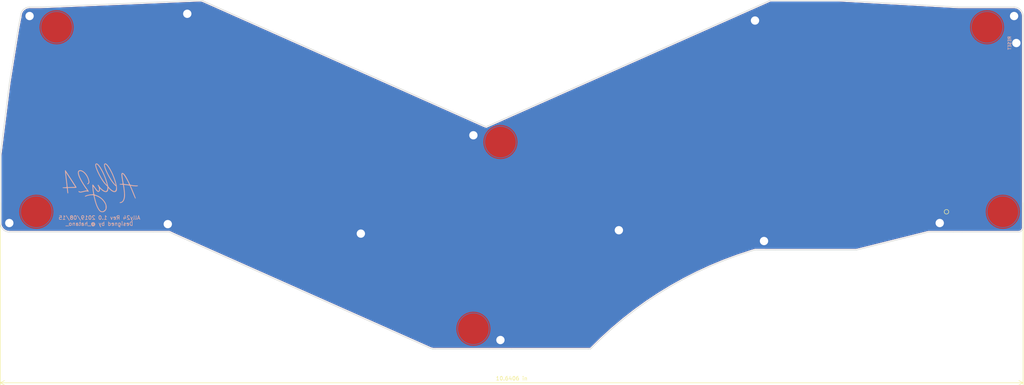
<source format=kicad_pcb>
(kicad_pcb (version 20171130) (host pcbnew "(5.1.2)-2")

  (general
    (thickness 1.6)
    (drawings 62)
    (tracks 0)
    (zones 0)
    (modules 14)
    (nets 2)
  )

  (page A4)
  (layers
    (0 F.Cu signal)
    (31 B.Cu signal)
    (32 B.Adhes user)
    (33 F.Adhes user)
    (34 B.Paste user)
    (35 F.Paste user)
    (36 B.SilkS user)
    (37 F.SilkS user)
    (38 B.Mask user)
    (39 F.Mask user)
    (40 Dwgs.User user)
    (41 Cmts.User user)
    (42 Eco1.User user)
    (43 Eco2.User user)
    (44 Edge.Cuts user)
    (45 Margin user)
    (46 B.CrtYd user)
    (47 F.CrtYd user)
    (48 B.Fab user hide)
    (49 F.Fab user)
  )

  (setup
    (last_trace_width 0.25)
    (trace_clearance 0.2)
    (zone_clearance 0.254)
    (zone_45_only no)
    (trace_min 0.2)
    (via_size 0.8)
    (via_drill 0.4)
    (via_min_size 0.4)
    (via_min_drill 0.3)
    (uvia_size 0.3)
    (uvia_drill 0.1)
    (uvias_allowed no)
    (uvia_min_size 0.2)
    (uvia_min_drill 0.1)
    (edge_width 0.15)
    (segment_width 0.2)
    (pcb_text_width 0.3)
    (pcb_text_size 1.5 1.5)
    (mod_edge_width 0.15)
    (mod_text_size 1 1)
    (mod_text_width 0.15)
    (pad_size 2.4 2.4)
    (pad_drill 2.2)
    (pad_to_mask_clearance 0.051)
    (solder_mask_min_width 0.25)
    (aux_axis_origin 138.112616 47.62504)
    (visible_elements 7FFFFFFF)
    (pcbplotparams
      (layerselection 0x010f0_ffffffff)
      (usegerberextensions true)
      (usegerberattributes false)
      (usegerberadvancedattributes false)
      (creategerberjobfile false)
      (excludeedgelayer true)
      (linewidth 0.100000)
      (plotframeref false)
      (viasonmask false)
      (mode 1)
      (useauxorigin false)
      (hpglpennumber 1)
      (hpglpenspeed 20)
      (hpglpendiameter 15.000000)
      (psnegative false)
      (psa4output false)
      (plotreference true)
      (plotvalue true)
      (plotinvisibletext false)
      (padsonsilk false)
      (subtractmaskfromsilk false)
      (outputformat 1)
      (mirror false)
      (drillshape 0)
      (scaleselection 1)
      (outputdirectory "plots24b"))
  )

  (net 0 "")
  (net 1 GND)

  (net_class Default "これはデフォルトのネット クラスです。"
    (clearance 0.2)
    (trace_width 0.25)
    (via_dia 0.8)
    (via_drill 0.4)
    (uvia_dia 0.3)
    (uvia_drill 0.1)
  )

  (net_class Power ""
    (clearance 0.2)
    (trace_width 0.4)
    (via_dia 0.8)
    (via_drill 0.4)
    (uvia_dia 0.3)
    (uvia_drill 0.1)
    (add_net GND)
  )

  (module cscslib:ally24 (layer B.Cu) (tedit 0) (tstamp 5D4F556A)
    (at 40.481284 64.293804 180)
    (fp_text reference G*** (at 0 0) (layer B.SilkS) hide
      (effects (font (size 1.524 1.524) (thickness 0.3)) (justify mirror))
    )
    (fp_text value LOGO (at 0.75 0) (layer B.SilkS) hide
      (effects (font (size 1.524 1.524) (thickness 0.3)) (justify mirror))
    )
    (fp_poly (pts (xy 5.316778 4.419712) (xy 5.516151 4.303233) (xy 5.638704 4.10879) (xy 5.68455 3.838655)
      (xy 5.653805 3.495099) (xy 5.546584 3.080392) (xy 5.363002 2.596807) (xy 5.103172 2.046614)
      (xy 4.899436 1.665111) (xy 4.676791 1.277641) (xy 4.423121 0.858237) (xy 4.155645 0.433752)
      (xy 3.891583 0.031042) (xy 3.648156 -0.323041) (xy 3.461795 -0.576841) (xy 3.210736 -0.903111)
      (xy 3.397479 -0.903443) (xy 3.527628 -0.918279) (xy 3.735236 -0.958183) (xy 3.989369 -1.016682)
      (xy 4.205111 -1.072445) (xy 4.557672 -1.162969) (xy 4.821879 -1.216712) (xy 5.015602 -1.235109)
      (xy 5.156712 -1.219597) (xy 5.263077 -1.171611) (xy 5.280879 -1.158906) (xy 5.418629 -1.083458)
      (xy 5.505573 -1.097825) (xy 5.531556 -1.183348) (xy 5.480109 -1.294205) (xy 5.342521 -1.379147)
      (xy 5.143923 -1.431309) (xy 4.909442 -1.443822) (xy 4.684889 -1.414699) (xy 4.537043 -1.379013)
      (xy 4.320991 -1.324173) (xy 4.077482 -1.260564) (xy 4.016024 -1.244225) (xy 3.618576 -1.162041)
      (xy 3.283083 -1.148498) (xy 2.982487 -1.202811) (xy 2.949223 -1.213277) (xy 2.861397 -1.227996)
      (xy 2.828962 -1.192194) (xy 2.855228 -1.098551) (xy 2.943502 -0.939745) (xy 3.097096 -0.708458)
      (xy 3.316111 -0.401768) (xy 3.755591 0.222639) (xy 4.156368 0.834579) (xy 4.51347 1.424356)
      (xy 4.821923 1.982273) (xy 5.076751 2.498633) (xy 5.272982 2.963739) (xy 5.405642 3.367894)
      (xy 5.469755 3.701402) (xy 5.475111 3.807197) (xy 5.441142 4.02847) (xy 5.333876 4.166084)
      (xy 5.145279 4.227989) (xy 5.044305 4.233333) (xy 4.748617 4.180476) (xy 4.438744 4.030234)
      (xy 4.126402 3.795096) (xy 3.82331 3.487555) (xy 3.541182 3.120102) (xy 3.291738 2.705227)
      (xy 3.086692 2.255422) (xy 3.023039 2.078492) (xy 2.913845 1.683109) (xy 2.876452 1.369196)
      (xy 2.910763 1.138476) (xy 3.016687 0.992671) (xy 3.083921 0.956629) (xy 3.185185 0.886641)
      (xy 3.213898 0.803973) (xy 3.166289 0.744118) (xy 3.107592 0.733778) (xy 2.952057 0.783972)
      (xy 2.806765 0.913144) (xy 2.702009 1.089178) (xy 2.672546 1.194976) (xy 2.670164 1.458169)
      (xy 2.72788 1.786683) (xy 2.836725 2.156542) (xy 2.987732 2.543768) (xy 3.171935 2.924386)
      (xy 3.380365 3.274418) (xy 3.525293 3.475073) (xy 3.839775 3.824009) (xy 4.175136 4.106875)
      (xy 4.514689 4.312867) (xy 4.841742 4.431179) (xy 5.04047 4.455957) (xy 5.316778 4.419712)) (layer B.SilkS) (width 0.01))
    (fp_poly (pts (xy 9.081534 4.42847) (xy 9.088222 4.359216) (xy 9.080887 4.186588) (xy 9.060307 3.919126)
      (xy 9.02726 3.56537) (xy 8.982521 3.133861) (xy 8.92687 2.633138) (xy 8.886557 2.286)
      (xy 8.830572 1.808322) (xy 8.778937 1.362386) (xy 8.733143 0.961481) (xy 8.694682 0.618902)
      (xy 8.665045 0.34794) (xy 8.645725 0.161888) (xy 8.638212 0.074037) (xy 8.638175 0.072599)
      (xy 8.64334 0.01507) (xy 8.675058 -0.022326) (xy 8.754038 -0.044921) (xy 8.900992 -0.058046)
      (xy 9.136629 -0.067032) (xy 9.186334 -0.068512) (xy 9.447254 -0.079358) (xy 9.613585 -0.095677)
      (xy 9.703605 -0.120817) (xy 9.735594 -0.158126) (xy 9.736667 -0.169334) (xy 9.71643 -0.209409)
      (xy 9.643672 -0.23689) (xy 9.500323 -0.254964) (xy 9.268312 -0.266819) (xy 9.1661 -0.269998)
      (xy 8.595533 -0.285995) (xy 8.527001 -0.890887) (xy 8.496223 -1.149302) (xy 8.466859 -1.372711)
      (xy 8.442765 -1.532969) (xy 8.430542 -1.594556) (xy 8.372956 -1.682578) (xy 8.30045 -1.67175)
      (xy 8.262628 -1.612126) (xy 8.255172 -1.522001) (xy 8.261964 -1.350943) (xy 8.281416 -1.129792)
      (xy 8.292463 -1.03357) (xy 8.320389 -0.788704) (xy 8.341634 -0.569758) (xy 8.352755 -0.413461)
      (xy 8.353619 -0.381) (xy 8.353778 -0.225778) (xy 7.267223 -0.224914) (xy 6.924622 -0.222221)
      (xy 6.618318 -0.21524) (xy 6.367183 -0.204769) (xy 6.190091 -0.19161) (xy 6.105916 -0.17656)
      (xy 6.104284 -0.175647) (xy 6.057453 -0.104208) (xy 6.08468 -0.02129) (xy 6.11424 0.028222)
      (xy 6.372314 0.028222) (xy 7.264268 -0.002183) (xy 7.579541 -0.013398) (xy 7.862739 -0.024343)
      (xy 8.091091 -0.034071) (xy 8.241824 -0.041636) (xy 8.283223 -0.044517) (xy 8.381922 -0.034181)
      (xy 8.410223 -0.003813) (xy 8.416718 0.062939) (xy 8.435158 0.228316) (xy 8.463975 0.478863)
      (xy 8.501601 0.801127) (xy 8.546469 1.181656) (xy 8.597009 1.606996) (xy 8.635094 1.925612)
      (xy 8.688068 2.37245) (xy 8.735567 2.782261) (xy 8.776156 3.141922) (xy 8.808397 3.438313)
      (xy 8.830854 3.65831) (xy 8.842091 3.788791) (xy 8.842438 3.819932) (xy 8.809158 3.777984)
      (xy 8.721535 3.650905) (xy 8.586115 3.448622) (xy 8.409443 3.181068) (xy 8.198062 2.858169)
      (xy 7.958519 2.489858) (xy 7.697358 2.086062) (xy 7.598613 1.932841) (xy 6.372314 0.028222)
      (xy 6.11424 0.028222) (xy 6.135651 0.064084) (xy 6.239042 0.229421) (xy 6.387282 0.463042)
      (xy 6.5728 0.753269) (xy 6.788027 1.088426) (xy 7.025392 1.456832) (xy 7.277325 1.846812)
      (xy 7.536256 2.246685) (xy 7.794614 2.644775) (xy 8.044829 3.029403) (xy 8.279331 3.388892)
      (xy 8.490549 3.711562) (xy 8.670914 3.985736) (xy 8.812854 4.199737) (xy 8.9088 4.341885)
      (xy 8.95093 4.400247) (xy 9.039957 4.448151) (xy 9.081534 4.42847)) (layer B.SilkS) (width 0.01))
    (fp_poly (pts (xy -5.961051 3.703913) (xy -5.884133 3.633403) (xy -5.837452 3.504431) (xy -5.820548 3.307623)
      (xy -5.832959 3.033605) (xy -5.874227 2.673005) (xy -5.943891 2.21645) (xy -5.983171 1.984191)
      (xy -6.038354 1.659881) (xy -6.086011 1.370041) (xy -6.122977 1.134725) (xy -6.146085 0.973986)
      (xy -6.152474 0.911746) (xy -6.135273 0.862625) (xy -6.068742 0.834108) (xy -5.930545 0.821105)
      (xy -5.743252 0.818444) (xy -5.524229 0.813752) (xy -5.397221 0.796833) (xy -5.341635 0.763429)
      (xy -5.334 0.733778) (xy -5.359667 0.688076) (xy -5.449034 0.65608) (xy -5.620647 0.633153)
      (xy -5.785555 0.620889) (xy -6.237111 0.592666) (xy -6.360072 -0.197556) (xy -6.463829 -0.965602)
      (xy -6.520314 -1.636502) (xy -6.529397 -2.21568) (xy -6.490947 -2.708564) (xy -6.404836 -3.120581)
      (xy -6.282555 -3.434568) (xy -6.126866 -3.693093) (xy -5.955451 -3.8612) (xy -5.7412 -3.960785)
      (xy -5.587915 -3.995556) (xy -5.408756 -4.04419) (xy -5.335536 -4.109695) (xy -5.334 -4.122007)
      (xy -5.381983 -4.192111) (xy -5.510521 -4.216249) (xy -5.696491 -4.193127) (xy -5.842 -4.150447)
      (xy -6.12501 -3.990556) (xy -6.359478 -3.732366) (xy -6.542855 -3.380677) (xy -6.672591 -2.940285)
      (xy -6.74287 -2.455334) (xy -6.751444 -2.188374) (xy -6.740936 -1.833629) (xy -6.713282 -1.414225)
      (xy -6.67042 -0.95329) (xy -6.614286 -0.473954) (xy -6.546818 0.000657) (xy -6.52658 0.127)
      (xy -6.454641 0.564444) (xy -6.628098 0.56341) (xy -6.742523 0.555906) (xy -6.926761 0.536652)
      (xy -7.153926 0.509271) (xy -7.397127 0.477389) (xy -7.629478 0.444629) (xy -7.82409 0.414615)
      (xy -7.954074 0.390972) (xy -7.993181 0.379411) (xy -8.024221 0.319167) (xy -8.09122 0.17085)
      (xy -8.187261 -0.049182) (xy -8.305427 -0.324572) (xy -8.438802 -0.638963) (xy -8.580469 -0.975997)
      (xy -8.723512 -1.319316) (xy -8.861014 -1.652565) (xy -8.986058 -1.959385) (xy -9.060566 -2.144889)
      (xy -9.218963 -2.528772) (xy -9.345613 -2.80591) (xy -9.440287 -2.975838) (xy -9.502391 -3.038028)
      (xy -9.581556 -3.021499) (xy -9.595555 -2.988751) (xy -9.574784 -2.911416) (xy -9.516704 -2.745988)
      (xy -9.427662 -2.508479) (xy -9.314006 -2.214902) (xy -9.182085 -1.881267) (xy -9.038247 -1.523588)
      (xy -8.88884 -1.157876) (xy -8.740212 -0.800143) (xy -8.598711 -0.466403) (xy -8.55927 -0.374901)
      (xy -8.24507 0.350866) (xy -8.426424 0.320234) (xy -8.920932 0.246274) (xy -9.345014 0.202444)
      (xy -9.691175 0.188664) (xy -9.951924 0.204851) (xy -10.119769 0.250924) (xy -10.187217 0.3268)
      (xy -10.188222 0.339426) (xy -10.165942 0.380634) (xy -10.08601 0.403686) (xy -9.928784 0.411617)
      (xy -9.736666 0.409176) (xy -9.469707 0.414725) (xy -9.148161 0.439421) (xy -8.827772 0.478518)
      (xy -8.720666 0.495686) (xy -8.156222 0.593647) (xy -8.118436 0.668922) (xy -7.828144 0.668922)
      (xy -7.784211 0.64368) (xy -7.665156 0.656829) (xy -7.526237 0.676955) (xy -7.312101 0.705634)
      (xy -7.059614 0.737984) (xy -6.942666 0.752516) (xy -6.406444 0.818444) (xy -6.252834 1.665111)
      (xy -6.193603 2.011537) (xy -6.139041 2.366941) (xy -6.094441 2.694347) (xy -6.065097 2.95678)
      (xy -6.060937 3.005666) (xy -6.047669 3.276982) (xy -6.062363 3.44194) (xy -6.110963 3.504904)
      (xy -6.199415 3.470238) (xy -6.333664 3.342305) (xy -6.406985 3.259666) (xy -6.541609 3.08199)
      (xy -6.711109 2.825921) (xy -6.902978 2.513777) (xy -7.104709 2.167876) (xy -7.303795 1.810535)
      (xy -7.487729 1.464073) (xy -7.644003 1.150808) (xy -7.760111 0.893056) (xy -7.81288 0.750979)
      (xy -7.828144 0.668922) (xy -8.118436 0.668922) (xy -7.644351 1.613342) (xy -7.342079 2.197407)
      (xy -7.072152 2.679291) (xy -6.830968 3.063826) (xy -6.614921 3.355841) (xy -6.420408 3.560169)
      (xy -6.243824 3.681639) (xy -6.081565 3.725083) (xy -6.068666 3.725333) (xy -5.961051 3.703913)) (layer B.SilkS) (width 0.01))
    (fp_poly (pts (xy 0.891807 6.208198) (xy 0.958835 6.164378) (xy 1.041178 6.076513) (xy 1.079076 5.961813)
      (xy 1.085747 5.778905) (xy 1.085512 5.767837) (xy 1.050497 5.504575) (xy 0.959597 5.161793)
      (xy 0.819093 4.754205) (xy 0.635268 4.29652) (xy 0.414401 3.80345) (xy 0.162773 3.289706)
      (xy -0.113333 2.769999) (xy -0.407638 2.259042) (xy -0.424667 2.230757) (xy -0.727351 1.745908)
      (xy -1.002385 1.343822) (xy -1.265902 1.003208) (xy -1.534035 0.702779) (xy -1.730856 0.507134)
      (xy -2.115997 0.141111) (xy -2.116331 -0.254) (xy -2.086172 -0.58354) (xy -1.999185 -0.843724)
      (xy -1.861522 -1.021684) (xy -1.713087 -1.097749) (xy -1.542697 -1.090041) (xy -1.320752 -1.005954)
      (xy -1.064515 -0.858597) (xy -0.791248 -0.66108) (xy -0.518212 -0.426512) (xy -0.26267 -0.168002)
      (xy -0.041883 0.101341) (xy 0.056445 0.246086) (xy 0.168496 0.412643) (xy 0.267025 0.53732)
      (xy 0.326692 0.590448) (xy 0.402692 0.580621) (xy 0.434772 0.503284) (xy 0.41364 0.398373)
      (xy 0.382491 0.350675) (xy 0.262865 0.157372) (xy 0.166632 -0.097208) (xy 0.101747 -0.376001)
      (xy 0.076165 -0.641948) (xy 0.097839 -0.857987) (xy 0.113211 -0.903889) (xy 0.180455 -1.018139)
      (xy 0.264498 -1.062888) (xy 0.371896 -1.033148) (xy 0.509206 -0.923936) (xy 0.682987 -0.730265)
      (xy 0.899793 -0.447151) (xy 1.11722 -0.140517) (xy 1.356399 0.200118) (xy 1.54048 0.446842)
      (xy 1.675812 0.600444) (xy 1.768747 0.661711) (xy 1.825635 0.631431) (xy 1.852826 0.510393)
      (xy 1.856673 0.299384) (xy 1.843524 -0.000806) (xy 1.84064 -0.050746) (xy 1.813938 -0.39562)
      (xy 1.774141 -0.77887) (xy 1.727817 -1.140808) (xy 1.702711 -1.304502) (xy 1.603254 -1.903448)
      (xy 2.142183 -1.938652) (xy 2.490148 -1.974047) (xy 2.833032 -2.03157) (xy 3.152741 -2.105729)
      (xy 3.431182 -2.191033) (xy 3.650261 -2.281993) (xy 3.791884 -2.373117) (xy 3.838223 -2.453328)
      (xy 3.814257 -2.520838) (xy 3.732441 -2.530324) (xy 3.577898 -2.480894) (xy 3.462064 -2.430799)
      (xy 3.11191 -2.306032) (xy 2.70134 -2.21327) (xy 2.280515 -2.161785) (xy 1.977044 -2.156262)
      (xy 1.557104 -2.173111) (xy 1.400011 -2.878667) (xy 1.210374 -3.6491) (xy 1.001952 -4.34577)
      (xy 0.777635 -4.96235) (xy 0.540312 -5.492511) (xy 0.292874 -5.929925) (xy 0.03821 -6.268263)
      (xy -0.22079 -6.501199) (xy -0.268233 -6.5318) (xy -0.53272 -6.632988) (xy -0.833069 -6.655449)
      (xy -1.121739 -6.596536) (xy -1.159028 -6.58142) (xy -1.362332 -6.454086) (xy -1.569593 -6.262078)
      (xy -1.7408 -6.044695) (xy -1.788162 -5.96346) (xy -1.840789 -5.812329) (xy -1.884619 -5.599402)
      (xy -1.906459 -5.412382) (xy -1.899743 -5.286258) (xy -1.664657 -5.286258) (xy -1.662602 -5.534626)
      (xy -1.65098 -5.701643) (xy -1.622399 -5.818823) (xy -1.569463 -5.917682) (xy -1.492506 -6.020036)
      (xy -1.329254 -6.184173) (xy -1.130662 -6.331019) (xy -1.069172 -6.365989) (xy -0.886986 -6.444043)
      (xy -0.729122 -6.462415) (xy -0.546405 -6.422395) (xy -0.434881 -6.382613) (xy -0.25531 -6.266173)
      (xy -0.058512 -6.054134) (xy 0.146754 -5.760758) (xy 0.351729 -5.400303) (xy 0.547657 -4.98703)
      (xy 0.725779 -4.535197) (xy 0.759907 -4.43732) (xy 0.829068 -4.220426) (xy 0.909204 -3.947044)
      (xy 0.994526 -3.639612) (xy 1.079246 -3.32057) (xy 1.157577 -3.012355) (xy 1.223731 -2.737407)
      (xy 1.271919 -2.518163) (xy 1.296353 -2.377064) (xy 1.298223 -2.350413) (xy 1.280928 -2.280265)
      (xy 1.208205 -2.265219) (xy 1.114778 -2.279588) (xy 0.918347 -2.339681) (xy 0.659226 -2.449071)
      (xy 0.367362 -2.592539) (xy 0.072702 -2.754865) (xy -0.194806 -2.92083) (xy -0.32115 -3.00936)
      (xy -0.66672 -3.308611) (xy -1.002131 -3.67613) (xy -1.294478 -4.072506) (xy -1.484528 -4.402667)
      (xy -1.57271 -4.594319) (xy -1.626362 -4.754707) (xy -1.653901 -4.925122) (xy -1.663744 -5.146852)
      (xy -1.664657 -5.286258) (xy -1.899743 -5.286258) (xy -1.883401 -4.979373) (xy -1.760794 -4.533779)
      (xy -1.549206 -4.087884) (xy -1.259203 -3.653973) (xy -0.901352 -3.244331) (xy -0.48622 -2.871241)
      (xy -0.024373 -2.54699) (xy 0.473621 -2.283861) (xy 0.931334 -2.113234) (xy 1.120633 -2.05018)
      (xy 1.269393 -1.989393) (xy 1.335543 -1.951208) (xy 1.366373 -1.875464) (xy 1.405601 -1.710543)
      (xy 1.449798 -1.479533) (xy 1.495536 -1.205525) (xy 1.539387 -0.911608) (xy 1.577925 -0.620872)
      (xy 1.60772 -0.356407) (xy 1.625345 -0.141302) (xy 1.627372 0.001352) (xy 1.626673 0.009836)
      (xy 1.616586 0.086796) (xy 1.597131 0.119308) (xy 1.55696 0.097155) (xy 1.484721 0.010117)
      (xy 1.369065 -0.152022) (xy 1.241778 -0.336667) (xy 0.985385 -0.698402) (xy 0.773163 -0.96808)
      (xy 0.595485 -1.152892) (xy 0.442726 -1.260027) (xy 0.305261 -1.296677) (xy 0.173464 -1.270029)
      (xy 0.070623 -1.211489) (xy -0.037825 -1.079418) (xy -0.115948 -0.879586) (xy -0.151014 -0.65574)
      (xy -0.139591 -0.489166) (xy -0.124905 -0.40375) (xy -0.135424 -0.37273) (xy -0.185232 -0.403326)
      (xy -0.288417 -0.502755) (xy -0.41036 -0.627929) (xy -0.780234 -0.958538) (xy -1.151478 -1.184505)
      (xy -1.472791 -1.298967) (xy -1.760335 -1.32704) (xy -1.993836 -1.257814) (xy -2.16899 -1.095333)
      (xy -2.281495 -0.843637) (xy -2.32705 -0.506768) (xy -2.327318 -0.496234) (xy -2.333733 -0.21461)
      (xy -2.683907 -0.580625) (xy -3.035625 -0.9063) (xy -3.378208 -1.141878) (xy -3.703294 -1.283654)
      (xy -4.002518 -1.327923) (xy -4.254711 -1.276497) (xy -4.445523 -1.140164) (xy -4.572941 -0.916409)
      (xy -4.636985 -0.604178) (xy -4.637679 -0.202417) (xy -4.575044 0.289929) (xy -4.523797 0.527563)
      (xy -4.340255 0.527563) (xy -4.307768 0.53324) (xy -4.213509 0.61376) (xy -4.20569 0.620889)
      (xy -4.098668 0.730179) (xy -3.949002 0.897644) (xy -3.783778 1.092681) (xy -3.731077 1.157111)
      (xy -3.461511 1.51264) (xy -3.185645 1.917972) (xy -2.909622 2.360314) (xy -2.639585 2.826869)
      (xy -2.381677 3.304844) (xy -2.142039 3.781442) (xy -1.926816 4.243868) (xy -1.742149 4.679328)
      (xy -1.594181 5.075026) (xy -1.489056 5.418167) (xy -1.432914 5.695957) (xy -1.431901 5.8956)
      (xy -1.440116 5.929134) (xy -1.50763 6.021614) (xy -1.615871 6.019263) (xy -1.759156 5.930159)
      (xy -1.931802 5.762377) (xy -2.128126 5.523996) (xy -2.342444 5.223092) (xy -2.569074 4.867741)
      (xy -2.802332 4.466021) (xy -3.036535 4.026009) (xy -3.266 3.555781) (xy -3.485044 3.063414)
      (xy -3.526962 2.963333) (xy -3.712812 2.499989) (xy -3.877896 2.052894) (xy -4.033455 1.588808)
      (xy -4.19073 1.074491) (xy -4.328661 0.592666) (xy -4.340255 0.527563) (xy -4.523797 0.527563)
      (xy -4.449103 0.873912) (xy -4.310848 1.380409) (xy -4.122276 1.974321) (xy -3.906723 2.569087)
      (xy -3.669974 3.154141) (xy -3.417817 3.718914) (xy -3.156037 4.25284) (xy -2.890421 4.74535)
      (xy -2.626755 5.185878) (xy -2.370826 5.563855) (xy -2.12842 5.868716) (xy -1.905323 6.089892)
      (xy -1.707322 6.216816) (xy -1.652491 6.235235) (xy -1.488079 6.229989) (xy -1.339226 6.151691)
      (xy -1.246185 6.026048) (xy -1.233572 5.967699) (xy -1.243369 5.665127) (xy -1.310851 5.308631)
      (xy -1.438649 4.889994) (xy -1.629395 4.401001) (xy -1.885719 3.833435) (xy -1.978703 3.640666)
      (xy -2.427734 2.770657) (xy -2.869918 2.012502) (xy -3.305779 1.365404) (xy -3.735843 0.82857)
      (xy -4.045078 0.507134) (xy -4.430219 0.141111) (xy -4.430554 -0.254) (xy -4.400395 -0.58354)
      (xy -4.313408 -0.843724) (xy -4.175744 -1.021684) (xy -4.027309 -1.097749) (xy -3.847271 -1.091223)
      (xy -3.613107 -1.00232) (xy -3.338729 -0.838745) (xy -3.038053 -0.6082) (xy -2.864958 -0.454195)
      (xy -2.62552 -0.219637) (xy -2.456555 -0.018671) (xy -2.33817 0.182771) (xy -2.250471 0.418755)
      (xy -2.223 0.527563) (xy -2.026033 0.527563) (xy -1.993546 0.53324) (xy -1.899286 0.61376)
      (xy -1.891468 0.620889) (xy -1.784446 0.730179) (xy -1.63478 0.897644) (xy -1.469555 1.092681)
      (xy -1.416855 1.157111) (xy -1.147289 1.51264) (xy -0.871423 1.917972) (xy -0.5954 2.360314)
      (xy -0.325363 2.826869) (xy -0.067455 3.304844) (xy 0.172183 3.781442) (xy 0.387406 4.243868)
      (xy 0.572073 4.679328) (xy 0.720041 5.075026) (xy 0.825167 5.418167) (xy 0.881308 5.695957)
      (xy 0.882322 5.8956) (xy 0.874106 5.929134) (xy 0.806592 6.021614) (xy 0.698351 6.019263)
      (xy 0.555066 5.930159) (xy 0.38242 5.762377) (xy 0.186096 5.523996) (xy -0.028222 5.223092)
      (xy -0.254852 4.867741) (xy -0.48811 4.466021) (xy -0.722313 4.026009) (xy -0.951778 3.555781)
      (xy -1.170822 3.063414) (xy -1.212739 2.963333) (xy -1.39859 2.499989) (xy -1.563674 2.052894)
      (xy -1.719232 1.588808) (xy -1.876508 1.074491) (xy -2.014439 0.592666) (xy -2.026033 0.527563)
      (xy -2.223 0.527563) (xy -2.173567 0.723349) (xy -2.171246 0.733778) (xy -2.033032 1.265788)
      (xy -1.843305 1.863619) (xy -1.613326 2.499263) (xy -1.354356 3.144715) (xy -1.077656 3.771969)
      (xy -0.794487 4.353019) (xy -0.51611 4.859858) (xy -0.503861 4.880498) (xy -0.201617 5.361089)
      (xy 0.069969 5.735495) (xy 0.313001 6.005563) (xy 0.529582 6.173139) (xy 0.721816 6.240068)
      (xy 0.891807 6.208198)) (layer B.SilkS) (width 0.01))
  )

  (module cscslib:HOLE_M2 (layer B.Cu) (tedit 5D4118D6) (tstamp 5D1DA5DF)
    (at 282.773675 26.193772 90)
    (path /5C57C1A0)
    (fp_text reference SW38 (at 0 1.7 90) (layer B.SilkS) hide
      (effects (font (size 1 1) (thickness 0.15)) (justify mirror))
    )
    (fp_text value SW_RST (at 0 -2 90) (layer B.Fab) hide
      (effects (font (size 1 1) (thickness 0.15)) (justify mirror))
    )
    (fp_circle (center 0 0) (end 2 0) (layer B.CrtYd) (width 0.1))
    (fp_text user RESET (at 0 -1.785939 90) (layer B.SilkS)
      (effects (font (size 0.8 0.8) (thickness 0.15)) (justify mirror))
    )
    (pad "" thru_hole circle (at 0 0 90) (size 2.4 2.4) (drill 2.2) (layers *.Cu *.Mask)
      (net 1 GND) (clearance 0.8) (zone_connect 2))
  )

  (module cscslib:HOLE_M2 (layer F.Cu) (tedit 5D4118D6) (tstamp 5D4BD659)
    (at 109.563645 76.619897)
    (path /5C42C025)
    (fp_text reference H1 (at 0 -2) (layer Eco2.User) hide
      (effects (font (size 0.29972 0.29972) (thickness 0.07493)))
    )
    (fp_text value MountingHole (at 0 1.75) (layer Eco2.User) hide
      (effects (font (size 0.29972 0.29972) (thickness 0.07493)))
    )
    (fp_circle (center 0 0) (end 2 0) (layer F.CrtYd) (width 0.1))
    (pad "" thru_hole circle (at 0 0) (size 2.4 2.4) (drill 2.2) (layers *.Cu *.Mask)
      (net 1 GND) (clearance 0.8) (zone_connect 2))
  )

  (module cscslib:HOLE_M2 (layer F.Cu) (tedit 5D4118D6) (tstamp 5D52AE88)
    (at 139.303022 50.601568)
    (path /5D0F8864)
    (fp_text reference H5 (at 0 -2) (layer Eco2.User) hide
      (effects (font (size 0.29972 0.29972) (thickness 0.07493)))
    )
    (fp_text value MountingHole (at 0 1.75) (layer Eco2.User) hide
      (effects (font (size 0.29972 0.29972) (thickness 0.07493)))
    )
    (fp_circle (center 0 0) (end 2 0) (layer F.CrtYd) (width 0.1))
    (pad "" thru_hole circle (at 0 0) (size 2.4 2.4) (drill 2.2) (layers *.Cu *.Mask)
      (net 1 GND) (clearance 0.8) (zone_connect 2))
  )

  (module cscslib:HOLE_M2 (layer F.Cu) (tedit 5D4118D6) (tstamp 5D4BD66F)
    (at 63.698398 18.454719)
    (path /5D0F885E)
    (fp_text reference H4 (at 0 -2) (layer Eco2.User) hide
      (effects (font (size 0.29972 0.29972) (thickness 0.07493)))
    )
    (fp_text value MountingHole (at 0 1.75) (layer Eco2.User) hide
      (effects (font (size 0.29972 0.29972) (thickness 0.07493)))
    )
    (fp_circle (center 0 0) (end 2 0) (layer F.CrtYd) (width 0.1))
    (pad "" thru_hole circle (at 0 0) (size 2.4 2.4) (drill 2.2) (layers *.Cu *.Mask)
      (net 1 GND) (clearance 0.8) (zone_connect 2))
  )

  (module cscslib:HOLE_M2 (layer F.Cu) (tedit 5D4118D6) (tstamp 5D4BD67B)
    (at 213.717021 20.240654)
    (path /5D0F886A)
    (fp_text reference H6 (at 0 -2) (layer Eco2.User) hide
      (effects (font (size 0.29972 0.29972) (thickness 0.07493)))
    )
    (fp_text value MountingHole (at 0 1.75) (layer Eco2.User) hide
      (effects (font (size 0.29972 0.29972) (thickness 0.07493)))
    )
    (fp_circle (center 0 0) (end 2 0) (layer F.CrtYd) (width 0.1))
    (pad "" thru_hole circle (at 0 0) (size 2.4 2.4) (drill 2.2) (layers *.Cu *.Mask)
      (net 1 GND) (clearance 0.8) (zone_connect 2))
  )

  (module cscslib:HOLE_M2 (layer F.Cu) (tedit 5D4118D6) (tstamp 5D4BD663)
    (at 177.744367 75.722292)
    (path /5C42C296)
    (fp_text reference H2 (at 0 -2) (layer Eco2.User) hide
      (effects (font (size 0.29972 0.29972) (thickness 0.07493)))
    )
    (fp_text value MountingHole (at 0 1.75) (layer Eco2.User) hide
      (effects (font (size 0.29972 0.29972) (thickness 0.07493)))
    )
    (fp_circle (center 0 0) (end 2 0) (layer F.CrtYd) (width 0.1))
    (pad "" thru_hole circle (at 0 0) (size 2.4 2.4) (drill 2.2) (layers *.Cu *.Mask)
      (net 1 GND) (clearance 0.8) (zone_connect 2))
  )

  (module cscslib:HOLE_M2 (layer F.Cu) (tedit 5D4118D6) (tstamp 5D4BD69F)
    (at 16.66875 73.818736)
    (path /5D475635)
    (fp_text reference H12 (at 0 -2) (layer Eco2.User) hide
      (effects (font (size 0.29972 0.29972) (thickness 0.07493)))
    )
    (fp_text value MountingHole (at 0 1.75) (layer Eco2.User) hide
      (effects (font (size 0.29972 0.29972) (thickness 0.07493)))
    )
    (fp_circle (center 0 0) (end 2 0) (layer F.CrtYd) (width 0.1))
    (pad "" thru_hole circle (at 0 0) (size 2.4 2.4) (drill 2.2) (layers *.Cu *.Mask)
      (net 1 GND) (clearance 0.8) (zone_connect 2))
  )

  (module cscslib:HOLE_M2 (layer F.Cu) (tedit 5D4118D6) (tstamp 5D572AC4)
    (at 58.549802 74.108258)
    (path /5D101E7C)
    (fp_text reference H11 (at 0 -2) (layer Eco2.User) hide
      (effects (font (size 0.29972 0.29972) (thickness 0.07493)))
    )
    (fp_text value MountingHole (at 0 1.75) (layer Eco2.User) hide
      (effects (font (size 0.29972 0.29972) (thickness 0.07493)))
    )
    (fp_circle (center 0 0) (end 2 0) (layer F.CrtYd) (width 0.1))
    (pad "" thru_hole circle (at 0 0) (size 2.4 2.4) (drill 2.2) (layers *.Cu *.Mask)
      (net 1 GND) (clearance 0.8) (zone_connect 2))
  )

  (module cscslib:HOLE_M2 (layer F.Cu) (tedit 5D4118D6) (tstamp 5D4BD693)
    (at 146.446998 104.775088)
    (path /5D101E76)
    (fp_text reference H10 (at 0 -2) (layer Eco2.User) hide
      (effects (font (size 0.29972 0.29972) (thickness 0.07493)))
    )
    (fp_text value MountingHole (at 0 1.75) (layer Eco2.User) hide
      (effects (font (size 0.29972 0.29972) (thickness 0.07493)))
    )
    (fp_circle (center 0 0) (end 2 0) (layer F.CrtYd) (width 0.1))
    (pad "" thru_hole circle (at 0 0) (size 2.4 2.4) (drill 2.2) (layers *.Cu *.Mask)
      (net 1 GND) (clearance 0.8) (zone_connect 2))
  )

  (module cscslib:HOLE_M2 (layer F.Cu) (tedit 5D4118D6) (tstamp 5D4BD68D)
    (at 216.098271 78.581232)
    (path /5D0FD2D9)
    (fp_text reference H9 (at 0 -2) (layer Eco2.User) hide
      (effects (font (size 0.29972 0.29972) (thickness 0.07493)))
    )
    (fp_text value MountingHole (at 0 1.75) (layer Eco2.User) hide
      (effects (font (size 0.29972 0.29972) (thickness 0.07493)))
    )
    (fp_circle (center 0 0) (end 2 0) (layer F.CrtYd) (width 0.1))
    (pad "" thru_hole circle (at 0 0) (size 2.4 2.4) (drill 2.2) (layers *.Cu *.Mask)
      (net 1 GND) (clearance 0.8) (zone_connect 2))
  )

  (module cscslib:HOLE_M2 (layer F.Cu) (tedit 5D4118D6) (tstamp 5D4BD687)
    (at 262.532606 73.818736)
    (path /5D0FD2D3)
    (fp_text reference H8 (at 0 -2) (layer Eco2.User) hide
      (effects (font (size 0.29972 0.29972) (thickness 0.07493)))
    )
    (fp_text value MountingHole (at 0 1.75) (layer Eco2.User) hide
      (effects (font (size 0.29972 0.29972) (thickness 0.07493)))
    )
    (fp_circle (center 0 0) (end 2 0) (layer F.CrtYd) (width 0.1))
    (pad "" thru_hole circle (at 0 0) (size 2.4 2.4) (drill 2.2) (layers *.Cu *.Mask)
      (net 1 GND) (clearance 0.8) (zone_connect 2))
  )

  (module cscslib:HOLE_M2 (layer F.Cu) (tedit 5D4118D6) (tstamp 5D4BD681)
    (at 282.178362 19.050032)
    (path /5D0FD2CD)
    (fp_text reference H7 (at 0 -2) (layer Eco2.User) hide
      (effects (font (size 0.29972 0.29972) (thickness 0.07493)))
    )
    (fp_text value MountingHole (at 0 1.75) (layer Eco2.User) hide
      (effects (font (size 0.29972 0.29972) (thickness 0.07493)))
    )
    (fp_circle (center 0 0) (end 2 0) (layer F.CrtYd) (width 0.1))
    (pad "" thru_hole circle (at 0 0) (size 2.4 2.4) (drill 2.2) (layers *.Cu *.Mask)
      (net 1 GND) (clearance 0.8) (zone_connect 2))
  )

  (module cscslib:HOLE_M2 (layer F.Cu) (tedit 5D4F027D) (tstamp 5D4DF0EB)
    (at 22.026581 19.050032)
    (path /5C42C3A0)
    (fp_text reference H3 (at 0 -2) (layer Eco2.User) hide
      (effects (font (size 0.29972 0.29972) (thickness 0.07493)))
    )
    (fp_text value MountingHole (at 0 1.75) (layer Eco2.User) hide
      (effects (font (size 0.29972 0.29972) (thickness 0.07493)))
    )
    (fp_circle (center 0 0) (end 2 0) (layer F.CrtYd) (width 0.1))
    (pad "" thru_hole circle (at 0 0) (size 2.4 2.4) (drill 2.2) (layers *.Cu *.Mask)
      (net 1 GND) (clearance 0.8) (zone_connect 2))
  )

  (gr_circle (center 139.303242 101.798523) (end 143.470433 101.798523) (layer B.Cu) (width 0.15) (tstamp 5D4F558A))
  (gr_circle (center 146.446998 52.387544) (end 150.614189 52.387544) (layer B.Cu) (width 0.15) (tstamp 5D4F5599))
  (gr_circle (center 275.034606 22.026581) (end 279.201797 22.026581) (layer B.Cu) (width 0.15) (tstamp 5D4F558A))
  (gr_circle (center 279.201797 70.842247) (end 283.368988 70.842247) (layer B.Cu) (width 0.15) (tstamp 5D4F558A))
  (gr_circle (center 29.170337 22.026581) (end 33.337528 22.026581) (layer B.Cu) (width 0.15) (tstamp 5D4F558A))
  (gr_circle (center 23.81252 70.842247) (end 27.979711 70.842247) (layer B.Cu) (width 0.15))
  (gr_line (start 268.485091 76.199734) (end 280.390774 76.199859) (layer Edge.Cuts) (width 0.15) (tstamp 5D4F09B6))
  (gr_line (start 259.556468 76.200064) (end 266.104378 76.199984) (layer Edge.Cuts) (width 0.15) (tstamp 5D4F0647))
  (gr_line (start 213.717023 80.949201) (end 219.075184 80.962568) (layer Edge.Cuts) (width 0.15) (tstamp 5D4F0641))
  (gr_line (start 143.470433 107.156335) (end 149.423563 107.15634) (layer Edge.Cuts) (width 0.15) (tstamp 5D4F063E))
  (gr_line (start 60.542623 76.950472) (end 58.935987 76.200064) (layer Edge.Cuts) (width 0.15))
  (gr_line (start 54.768796 76.200064) (end 58.935987 76.200064) (layer Edge.Cuts) (width 0.15))
  (gr_line (start 169.664205 107.15634) (end 170.288141 107.15634) (layer Edge.Cuts) (width 0.15) (tstamp 5D4C3986))
  (gr_arc (start 242.292392 177.389993) (end 213.717023 80.949201) (angle -29.20865307) (layer Edge.Cuts) (width 0.15))
  (dimension 270.272102 (width 0.15) (layer F.SilkS)
    (gr_text "270.272 mm" (at 149.423563 117.386035) (layer F.SilkS)
      (effects (font (size 1 1) (thickness 0.15)))
    )
    (feature1 (pts (xy 284.559614 68.460995) (xy 284.559614 116.672456)))
    (feature2 (pts (xy 14.287512 68.460995) (xy 14.287512 116.672456)))
    (crossbar (pts (xy 14.287512 116.086035) (xy 284.559614 116.086035)))
    (arrow1a (pts (xy 284.559614 116.086035) (xy 283.43311 116.672456)))
    (arrow1b (pts (xy 284.559614 116.086035) (xy 283.43311 115.499614)))
    (arrow2a (pts (xy 14.287512 116.086035) (xy 15.414016 116.672456)))
    (arrow2b (pts (xy 14.287512 116.086035) (xy 15.414016 115.499614)))
  )
  (gr_line (start 240.506452 80.962569) (end 219.075184 80.962568) (layer Edge.Cuts) (width 0.15) (tstamp 5D4C4352))
  (gr_line (start 259.556468 76.200064) (end 240.506452 80.962569) (layer Edge.Cuts) (width 0.15))
  (gr_arc (start 264.318542 70.842175) (end 264.913854 70.842176) (angle 0) (layer F.SilkS) (width 0.15))
  (gr_arc (start 282.178366 19.050016) (end 284.559614 19.050016) (angle -90) (layer Edge.Cuts) (width 0.15))
  (gr_line (start 282.178362 16.668764) (end 267.295537 16.668784) (layer Edge.Cuts) (width 0.15) (tstamp 5D4D3FAF))
  (gr_line (start 284.559614 73.818737) (end 284.559614 19.050032) (layer Edge.Cuts) (width 0.15))
  (gr_line (start 22.026581 16.668784) (end 25.003146 16.668764) (layer Edge.Cuts) (width 0.15))
  (gr_line (start 19.050021 22.026581) (end 19.645333 19.050032) (layer Edge.Cuts) (width 0.15) (tstamp 5D4CF469))
  (gr_arc (start 22.026581 19.050032) (end 22.026581 16.668784) (angle -90) (layer Edge.Cuts) (width 0.15))
  (gr_line (start 14.287502 73.818736) (end 14.287503 70.842175) (layer Edge.Cuts) (width 0.15))
  (gr_line (start 16.66875 76.199984) (end 19.64531 76.199985) (layer Edge.Cuts) (width 0.15))
  (gr_arc (start 16.66875 73.818736) (end 14.287502 73.818736) (angle -90) (layer Edge.Cuts) (width 0.15))
  (gr_line (start 142.40358 48.232265) (end 142.728598 48.303203) (layer Edge.Cuts) (width 0.15) (tstamp 5D4CB21E))
  (gr_line (start 217.884206 14.882847) (end 217.77915 14.888546) (layer Edge.Cuts) (width 0.15) (tstamp 5D4CB1BD))
  (gr_line (start 68.984564 15.544014) (end 68.440718 15.301877) (layer Edge.Cuts) (width 0.15))
  (gr_line (start 68.440718 15.301877) (end 67.896874 15.059742) (layer Edge.Cuts) (width 0.15))
  (gr_line (start 67.896874 15.059742) (end 67.270269 14.882847) (layer Edge.Cuts) (width 0.15))
  (gr_line (start 25.003146 16.668764) (end 67.270269 14.882847) (layer Edge.Cuts) (width 0.15) (tstamp 5D4CB085))
  (gr_line (start 16.66875 36.909392) (end 19.050016 22.026592) (layer Edge.Cuts) (width 0.15))
  (gr_line (start 14.287502 55.959378) (end 16.66875 36.909392) (layer Edge.Cuts) (width 0.15))
  (gr_line (start 14.287503 70.842175) (end 14.287502 55.959378) (layer Edge.Cuts) (width 0.15))
  (gr_line (start 19.64531 76.199985) (end 54.768796 76.200064) (layer Edge.Cuts) (width 0.15))
  (gr_line (start 129.182718 107.156208) (end 128.587406 107.156208) (layer Edge.Cuts) (width 0.15))
  (gr_line (start 143.470433 107.156335) (end 129.182718 107.156208) (layer Edge.Cuts) (width 0.15))
  (gr_line (start 217.235305 15.13068) (end 217.77915 14.888546) (layer Edge.Cuts) (width 0.15))
  (gr_line (start 143.81629 47.818931) (end 217.235305 15.13068) (layer Edge.Cuts) (width 0.15))
  (gr_line (start 143.272443 48.061068) (end 143.81629 47.818931) (layer Edge.Cuts) (width 0.15))
  (gr_line (start 142.728598 48.303203) (end 143.272443 48.061068) (layer Edge.Cuts) (width 0.15))
  (gr_line (start 235.743566 14.882848) (end 267.295537 16.668763) (layer Edge.Cuts) (width 0.15) (tstamp 5D4D3ACD))
  (gr_line (start 217.884206 14.882847) (end 235.743566 14.882848) (layer Edge.Cuts) (width 0.15))
  (gr_line (start 149.423563 107.15634) (end 169.664205 107.156209) (layer Edge.Cuts) (width 0.15))
  (gr_line (start 141.859736 47.99013) (end 142.40358 48.232265) (layer Edge.Cuts) (width 0.15))
  (gr_line (start 141.315891 47.747995) (end 141.859736 47.99013) (layer Edge.Cuts) (width 0.15))
  (gr_line (start 140.772047 47.50586) (end 141.315891 47.747995) (layer Edge.Cuts) (width 0.15))
  (gr_line (start 140.228202 47.263724) (end 140.772047 47.50586) (layer Edge.Cuts) (width 0.15))
  (gr_line (start 139.684358 47.021589) (end 140.228202 47.263724) (layer Edge.Cuts) (width 0.15))
  (gr_line (start 139.140513 46.779454) (end 139.684358 47.021589) (layer Edge.Cuts) (width 0.15))
  (gr_line (start 138.596668 46.537319) (end 139.140513 46.779454) (layer Edge.Cuts) (width 0.15))
  (gr_line (start 138.596668 46.537319) (end 68.984564 15.544014) (layer Edge.Cuts) (width 0.15))
  (gr_line (start 127.979262 106.975156) (end 128.587406 107.156208) (layer Edge.Cuts) (width 0.15))
  (gr_line (start 127.435418 106.733021) (end 127.979262 106.975156) (layer Edge.Cuts) (width 0.15))
  (gr_line (start 127.435418 106.733021) (end 60.542623 76.950472) (layer Edge.Cuts) (width 0.15))
  (gr_line (start 268.485091 76.199734) (end 266.104478 76.199984) (layer Edge.Cuts) (width 0.15) (tstamp 5CE4DD4C))
  (gr_text "Ally24 Rev 1.0 2019/08/15\nDesigned by @_hatano_" (at 40.481284 73.223499) (layer B.SilkS) (tstamp 5D5365A1)
    (effects (font (size 1 1) (thickness 0.15)) (justify mirror))
  )
  (gr_line (start 280.39139 76.199894) (end 283.368988 76.199894) (layer Edge.Cuts) (width 0.15) (tstamp 5D1DA4E6))
  (gr_arc (start 283.368988 75.009438) (end 283.368988 76.200067) (angle -90) (layer Edge.Cuts) (width 0.15))
  (gr_line (start 284.559614 73.818606) (end 284.559614 75.009264) (layer Edge.Cuts) (width 0.15))

  (zone (net 1) (net_name GND) (layer B.Cu) (tstamp 5D506B88) (hatch edge 0.508)
    (connect_pads (clearance 0.254))
    (min_thickness 0.254)
    (fill yes (arc_segments 32) (thermal_gap 0.508) (thermal_bridge_width 0.508))
    (polygon
      (pts
        (xy 267.89085 16.668763) (xy 284.559614 16.668765) (xy 284.559614 76.200064) (xy 259.556468 76.200064) (xy 240.506452 80.962569)
        (xy 213.717367 80.962568) (xy 170.259516 107.156341) (xy 128.587608 107.156339) (xy 58.935987 76.200064) (xy 14.287511 76.200064)
        (xy 14.287512 55.959422) (xy 16.668765 36.909407) (xy 20.240642 16.668764) (xy 67.27037 14.882825) (xy 217.884558 14.882825)
        (xy 235.743949 14.882825)
      )
    )
    (filled_polygon
      (pts
        (xy 235.73068 15.338848) (xy 267.259795 17.12347) (xy 267.273139 17.124784) (xy 267.283014 17.124784) (xy 267.29213 17.1253)
        (xy 267.304517 17.124784) (xy 282.156011 17.124763) (xy 282.551894 17.163579) (xy 282.91119 17.272059) (xy 283.242572 17.448257)
        (xy 283.533422 17.685469) (xy 283.772654 17.974651) (xy 283.951166 18.304801) (xy 284.06215 18.663332) (xy 284.103615 19.057851)
        (xy 284.103614 73.796207) (xy 284.103614 73.796208) (xy 284.103615 74.987155) (xy 284.087481 75.151705) (xy 284.046165 75.288548)
        (xy 283.979056 75.414764) (xy 283.888707 75.525542) (xy 283.778567 75.616658) (xy 283.65282 75.684649) (xy 283.516264 75.726921)
        (xy 283.354773 75.743894) (xy 280.413522 75.743894) (xy 280.413177 75.74386) (xy 268.507467 75.743734) (xy 268.507442 75.743732)
        (xy 268.486075 75.743734) (xy 268.462697 75.743734) (xy 268.46267 75.743737) (xy 266.108422 75.743984) (xy 259.56776 75.744065)
        (xy 259.534194 75.7424) (xy 259.500725 75.747349) (xy 259.467071 75.750664) (xy 259.434924 75.760416) (xy 240.450314 80.50657)
        (xy 219.075472 80.506568) (xy 213.695762 80.493147) (xy 213.628753 80.499578) (xy 213.542732 80.525438) (xy 213.542461 80.525582)
        (xy 212.562298 80.821676) (xy 212.558749 80.822823) (xy 212.551639 80.825039) (xy 208.883167 82.032107) (xy 208.881691 82.032624)
        (xy 208.880145 82.033112) (xy 208.866643 82.037897) (xy 205.247212 83.384901) (xy 205.245727 83.385486) (xy 205.244232 83.386022)
        (xy 205.231167 83.391225) (xy 205.230923 83.391321) (xy 205.230879 83.39134) (xy 201.665867 84.876273) (xy 201.664385 84.876924)
        (xy 201.662933 84.877508) (xy 201.649944 84.883267) (xy 201.649837 84.883314) (xy 201.649817 84.883324) (xy 198.144414 86.504028)
        (xy 198.143008 86.504711) (xy 198.141529 86.505373) (xy 198.128666 86.511678) (xy 194.688042 88.265762) (xy 194.686644 88.266509)
        (xy 194.68521 88.267218) (xy 194.672599 88.274012) (xy 191.301846 90.158881) (xy 191.300481 90.159679) (xy 191.299073 90.160444)
        (xy 191.286732 90.167717) (xy 187.990819 92.180593) (xy 187.98949 92.18144) (xy 187.988108 92.182261) (xy 187.976055 92.190003)
        (xy 184.759842 94.327917) (xy 184.758535 94.328822) (xy 184.757196 94.329689) (xy 184.745639 94.337756) (xy 184.74545 94.337887)
        (xy 184.745416 94.337912) (xy 181.613677 96.597689) (xy 181.612398 96.59865) (xy 181.611102 96.599561) (xy 181.599815 96.608102)
        (xy 181.599678 96.608205) (xy 181.599653 96.608225) (xy 178.556963 98.986564) (xy 178.555743 98.987556) (xy 178.554461 98.988533)
        (xy 178.543378 98.997609) (xy 175.594205 101.491017) (xy 175.593006 101.49207) (xy 175.591781 101.493081) (xy 175.581195 101.502451)
        (xy 175.581054 101.502575) (xy 175.581029 101.502599) (xy 172.729772 104.107358) (xy 172.728609 104.108462) (xy 172.727429 104.109514)
        (xy 172.717217 104.119277) (xy 172.717074 104.119413) (xy 172.717048 104.119439) (xy 170.101061 106.70034) (xy 169.687931 106.70034)
        (xy 169.686601 106.700209) (xy 149.407131 106.700341) (xy 143.448035 106.700335) (xy 143.448029 106.700336) (xy 129.205121 106.700208)
        (xy 128.653841 106.700208) (xy 128.137718 106.546551) (xy 127.64136 106.325559) (xy 127.641352 106.325554) (xy 117.619068 101.863352)
        (xy 134.660504 101.863352) (xy 134.761516 102.763897) (xy 135.035521 103.627671) (xy 135.472082 104.421773) (xy 136.054571 105.115956)
        (xy 136.760801 105.68378) (xy 137.563872 106.103615) (xy 138.433195 106.35947) (xy 139.335657 106.441601) (xy 140.236885 106.346878)
        (xy 141.102551 106.07891) (xy 141.899681 105.647903) (xy 142.597914 105.070274) (xy 143.170654 104.368026) (xy 143.596086 103.567906)
        (xy 143.858004 102.70039) (xy 143.946433 101.798523) (xy 143.944623 101.668877) (xy 143.831047 100.769831) (xy 143.545008 99.909967)
        (xy 143.097402 99.122038) (xy 142.505277 98.436055) (xy 141.791188 97.878147) (xy 140.982334 97.469566) (xy 140.109524 97.225873)
        (xy 139.206002 97.15635) (xy 138.306185 97.263647) (xy 137.444345 97.543676) (xy 136.65331 97.98577) (xy 135.96321 98.573092)
        (xy 135.400331 99.283268) (xy 134.986112 100.08925) (xy 134.736332 100.960338) (xy 134.660504 101.863352) (xy 117.619068 101.863352)
        (xy 60.731912 76.535595) (xy 59.140107 75.792116) (xy 59.111335 75.776737) (xy 59.078003 75.766626) (xy 59.045173 75.755057)
        (xy 59.03511 75.753614) (xy 59.025379 75.750662) (xy 58.990718 75.747248) (xy 58.956259 75.742307) (xy 58.923706 75.744064)
        (xy 54.746397 75.744064) (xy 54.746388 75.744065) (xy 19.622913 75.743985) (xy 19.622903 75.743986) (xy 16.691055 75.743984)
        (xy 16.295223 75.705173) (xy 15.935932 75.596696) (xy 15.604546 75.420496) (xy 15.313694 75.183283) (xy 15.074462 74.894101)
        (xy 14.89595 74.563951) (xy 14.784966 74.20542) (xy 14.743501 73.810901) (xy 14.743502 70.907076) (xy 19.169782 70.907076)
        (xy 19.270794 71.807621) (xy 19.544799 72.671395) (xy 19.98136 73.465497) (xy 20.563849 74.15968) (xy 21.270079 74.727504)
        (xy 22.07315 75.147339) (xy 22.942473 75.403194) (xy 23.844935 75.485325) (xy 24.746163 75.390602) (xy 25.611829 75.122634)
        (xy 26.408959 74.691627) (xy 27.107192 74.113998) (xy 27.679932 73.41175) (xy 28.105364 72.61163) (xy 28.367282 71.744114)
        (xy 28.449354 70.907076) (xy 274.559059 70.907076) (xy 274.660071 71.807621) (xy 274.934076 72.671395) (xy 275.370637 73.465497)
        (xy 275.953126 74.15968) (xy 276.659356 74.727504) (xy 277.462427 75.147339) (xy 278.33175 75.403194) (xy 279.234212 75.485325)
        (xy 280.13544 75.390602) (xy 281.001106 75.122634) (xy 281.798236 74.691627) (xy 282.496469 74.113998) (xy 283.069209 73.41175)
        (xy 283.494641 72.61163) (xy 283.756559 71.744114) (xy 283.844988 70.842247) (xy 283.843178 70.712601) (xy 283.729602 69.813555)
        (xy 283.443563 68.953691) (xy 282.995957 68.165762) (xy 282.403832 67.479779) (xy 281.689743 66.921871) (xy 280.880889 66.51329)
        (xy 280.008079 66.269597) (xy 279.104557 66.200074) (xy 278.20474 66.307371) (xy 277.3429 66.5874) (xy 276.551865 67.029494)
        (xy 275.861765 67.616816) (xy 275.298886 68.326992) (xy 274.884667 69.132974) (xy 274.634887 70.004062) (xy 274.559059 70.907076)
        (xy 28.449354 70.907076) (xy 28.455711 70.842247) (xy 28.453901 70.712601) (xy 28.340325 69.813555) (xy 28.054286 68.953691)
        (xy 27.60668 68.165762) (xy 27.014555 67.479779) (xy 26.300466 66.921871) (xy 25.491612 66.51329) (xy 24.618802 66.269597)
        (xy 23.71528 66.200074) (xy 22.815463 66.307371) (xy 21.953623 66.5874) (xy 21.162588 67.029494) (xy 20.472488 67.616816)
        (xy 19.909609 68.326992) (xy 19.49539 69.132974) (xy 19.24561 70.004062) (xy 19.169782 70.907076) (xy 14.743502 70.907076)
        (xy 14.743503 70.819777) (xy 14.743503 70.819776) (xy 14.743501 55.987771) (xy 15.185425 52.452373) (xy 141.80426 52.452373)
        (xy 141.905272 53.352918) (xy 142.179277 54.216692) (xy 142.615838 55.010794) (xy 143.198327 55.704977) (xy 143.904557 56.272801)
        (xy 144.707628 56.692636) (xy 145.576951 56.948491) (xy 146.479413 57.030622) (xy 147.380641 56.935899) (xy 148.246307 56.667931)
        (xy 149.043437 56.236924) (xy 149.74167 55.659295) (xy 150.31441 54.957047) (xy 150.739842 54.156927) (xy 151.00176 53.289411)
        (xy 151.090189 52.387544) (xy 151.088379 52.257898) (xy 150.974803 51.358852) (xy 150.688764 50.498988) (xy 150.241158 49.711059)
        (xy 149.649033 49.025076) (xy 148.934944 48.467168) (xy 148.12609 48.058587) (xy 147.25328 47.814894) (xy 146.349758 47.745371)
        (xy 145.449941 47.852668) (xy 144.588101 48.132697) (xy 143.797066 48.574791) (xy 143.106966 49.162113) (xy 142.544087 49.872289)
        (xy 142.129868 50.678271) (xy 141.880088 51.549359) (xy 141.80426 52.452373) (xy 15.185425 52.452373) (xy 17.120258 36.973708)
        (xy 19.498883 22.107421) (xy 19.502085 22.09141) (xy 24.527599 22.09141) (xy 24.628611 22.991955) (xy 24.902616 23.855729)
        (xy 25.339177 24.649831) (xy 25.921666 25.344014) (xy 26.627896 25.911838) (xy 27.430967 26.331673) (xy 28.30029 26.587528)
        (xy 29.202752 26.669659) (xy 30.10398 26.574936) (xy 30.969646 26.306968) (xy 31.766776 25.875961) (xy 32.465009 25.298332)
        (xy 33.037749 24.596084) (xy 33.463181 23.795964) (xy 33.725099 22.928448) (xy 33.813528 22.026581) (xy 33.811718 21.896935)
        (xy 33.698142 20.997889) (xy 33.412103 20.138025) (xy 32.964497 19.350096) (xy 32.372372 18.664113) (xy 31.658283 18.106205)
        (xy 30.849429 17.697624) (xy 29.976619 17.453931) (xy 29.073097 17.384408) (xy 28.17328 17.491705) (xy 27.31144 17.771734)
        (xy 26.520405 18.213828) (xy 25.830305 18.80115) (xy 25.267426 19.511326) (xy 24.853207 20.317308) (xy 24.603427 21.188396)
        (xy 24.527599 22.09141) (xy 19.502085 22.09141) (xy 20.09687 19.117497) (xy 20.103539 19.050511) (xy 20.103506 19.050173)
        (xy 20.140144 18.676504) (xy 20.248624 18.317208) (xy 20.424822 17.985826) (xy 20.662034 17.694976) (xy 20.951216 17.455744)
        (xy 21.281366 17.277232) (xy 21.639897 17.166248) (xy 22.034409 17.124784) (xy 24.99038 17.124763) (xy 25.000018 17.125303)
        (xy 25.012796 17.124763) (xy 25.025548 17.124763) (xy 25.035128 17.123819) (xy 67.21661 15.341521) (xy 67.741393 15.489671)
        (xy 68.275708 15.727564) (xy 68.275716 15.727567) (xy 68.778628 15.951479) (xy 68.77863 15.95148) (xy 138.431658 46.963006)
        (xy 138.431662 46.963007) (xy 138.975503 47.205141) (xy 138.975507 47.205142) (xy 139.519348 47.447276) (xy 139.519352 47.447277)
        (xy 140.063192 47.689411) (xy 140.063195 47.689412) (xy 140.607037 47.931547) (xy 140.607041 47.931548) (xy 141.150881 48.173682)
        (xy 141.150885 48.173683) (xy 141.694726 48.415817) (xy 141.69473 48.415818) (xy 142.199251 48.640446) (xy 142.220415 48.652268)
        (xy 142.261406 48.665537) (xy 142.302455 48.679172) (xy 142.32652 48.68218) (xy 142.619463 48.746118) (xy 142.651001 48.75479)
        (xy 142.685612 48.757286) (xy 142.720103 48.76133) (xy 142.730348 48.760512) (xy 142.740591 48.761251) (xy 142.775037 48.756946)
        (xy 142.809642 48.754184) (xy 142.819522 48.751386) (xy 142.829722 48.750111) (xy 142.862685 48.739161) (xy 142.896068 48.729707)
        (xy 142.925196 48.714826) (xy 143.437448 48.486756) (xy 143.437452 48.486755) (xy 143.981291 48.244621) (xy 143.981299 48.244618)
        (xy 202.722368 22.09141) (xy 270.391868 22.09141) (xy 270.49288 22.991955) (xy 270.766885 23.855729) (xy 271.203446 24.649831)
        (xy 271.785935 25.344014) (xy 272.492165 25.911838) (xy 273.295236 26.331673) (xy 274.164559 26.587528) (xy 275.067021 26.669659)
        (xy 275.968249 26.574936) (xy 276.833915 26.306968) (xy 277.631045 25.875961) (xy 278.329278 25.298332) (xy 278.902018 24.596084)
        (xy 279.32745 23.795964) (xy 279.589368 22.928448) (xy 279.677797 22.026581) (xy 279.675987 21.896935) (xy 279.562411 20.997889)
        (xy 279.276372 20.138025) (xy 278.828766 19.350096) (xy 278.236641 18.664113) (xy 277.522552 18.106205) (xy 276.713698 17.697624)
        (xy 275.840888 17.453931) (xy 274.937366 17.384408) (xy 274.037549 17.491705) (xy 273.175709 17.771734) (xy 272.384674 18.213828)
        (xy 271.694574 18.80115) (xy 271.131695 19.511326) (xy 270.717476 20.317308) (xy 270.467696 21.188396) (xy 270.391868 22.09141)
        (xy 202.722368 22.09141) (xy 217.441239 15.538147) (xy 217.44125 15.538141) (xy 217.887807 15.339322) (xy 217.896576 15.338846)
      )
    )
  )
  (zone (net 1) (net_name GND) (layer F.Cu) (tstamp 5D506B85) (hatch edge 0.508)
    (connect_pads (clearance 0.254))
    (min_thickness 0.254)
    (fill yes (arc_segments 32) (thermal_gap 0.508) (thermal_bridge_width 0.508))
    (polygon
      (pts
        (xy 267.89085 16.668763) (xy 284.559614 16.668765) (xy 284.559614 76.200064) (xy 259.556468 76.200064) (xy 240.506452 80.962569)
        (xy 213.717367 80.962568) (xy 170.259516 107.156341) (xy 128.587608 107.156339) (xy 58.935987 76.200064) (xy 14.287511 76.200064)
        (xy 14.287512 55.959422) (xy 16.668765 36.909407) (xy 20.240642 16.668764) (xy 67.27037 14.882825) (xy 217.884558 14.882825)
        (xy 235.743949 14.882825)
      )
    )
    (filled_polygon
      (pts
        (xy 235.73068 15.338848) (xy 267.259795 17.12347) (xy 267.273139 17.124784) (xy 267.283014 17.124784) (xy 267.29213 17.1253)
        (xy 267.304517 17.124784) (xy 282.156011 17.124763) (xy 282.551894 17.163579) (xy 282.91119 17.272059) (xy 283.242572 17.448257)
        (xy 283.533422 17.685469) (xy 283.772654 17.974651) (xy 283.951166 18.304801) (xy 284.06215 18.663332) (xy 284.103615 19.057851)
        (xy 284.103614 73.796207) (xy 284.103614 73.796208) (xy 284.103615 74.987155) (xy 284.087481 75.151705) (xy 284.046165 75.288548)
        (xy 283.979056 75.414764) (xy 283.888707 75.525542) (xy 283.778567 75.616658) (xy 283.65282 75.684649) (xy 283.516264 75.726921)
        (xy 283.354773 75.743894) (xy 280.413522 75.743894) (xy 280.413177 75.74386) (xy 268.507467 75.743734) (xy 268.507442 75.743732)
        (xy 268.486075 75.743734) (xy 268.462697 75.743734) (xy 268.46267 75.743737) (xy 266.108422 75.743984) (xy 259.56776 75.744065)
        (xy 259.534194 75.7424) (xy 259.500725 75.747349) (xy 259.467071 75.750664) (xy 259.434924 75.760416) (xy 240.450314 80.50657)
        (xy 219.075472 80.506568) (xy 213.695762 80.493147) (xy 213.628753 80.499578) (xy 213.542732 80.525438) (xy 213.542461 80.525582)
        (xy 212.562298 80.821676) (xy 212.558749 80.822823) (xy 212.551639 80.825039) (xy 208.883167 82.032107) (xy 208.881691 82.032624)
        (xy 208.880145 82.033112) (xy 208.866643 82.037897) (xy 205.247212 83.384901) (xy 205.245727 83.385486) (xy 205.244232 83.386022)
        (xy 205.231167 83.391225) (xy 205.230923 83.391321) (xy 205.230879 83.39134) (xy 201.665867 84.876273) (xy 201.664385 84.876924)
        (xy 201.662933 84.877508) (xy 201.649944 84.883267) (xy 201.649837 84.883314) (xy 201.649817 84.883324) (xy 198.144414 86.504028)
        (xy 198.143008 86.504711) (xy 198.141529 86.505373) (xy 198.128666 86.511678) (xy 194.688042 88.265762) (xy 194.686644 88.266509)
        (xy 194.68521 88.267218) (xy 194.672599 88.274012) (xy 191.301846 90.158881) (xy 191.300481 90.159679) (xy 191.299073 90.160444)
        (xy 191.286732 90.167717) (xy 187.990819 92.180593) (xy 187.98949 92.18144) (xy 187.988108 92.182261) (xy 187.976055 92.190003)
        (xy 184.759842 94.327917) (xy 184.758535 94.328822) (xy 184.757196 94.329689) (xy 184.745639 94.337756) (xy 184.74545 94.337887)
        (xy 184.745416 94.337912) (xy 181.613677 96.597689) (xy 181.612398 96.59865) (xy 181.611102 96.599561) (xy 181.599815 96.608102)
        (xy 181.599678 96.608205) (xy 181.599653 96.608225) (xy 178.556963 98.986564) (xy 178.555743 98.987556) (xy 178.554461 98.988533)
        (xy 178.543378 98.997609) (xy 175.594205 101.491017) (xy 175.593006 101.49207) (xy 175.591781 101.493081) (xy 175.581195 101.502451)
        (xy 175.581054 101.502575) (xy 175.581029 101.502599) (xy 172.729772 104.107358) (xy 172.728609 104.108462) (xy 172.727429 104.109514)
        (xy 172.717217 104.119277) (xy 172.717074 104.119413) (xy 172.717048 104.119439) (xy 170.101061 106.70034) (xy 169.687931 106.70034)
        (xy 169.686601 106.700209) (xy 149.407131 106.700341) (xy 143.448035 106.700335) (xy 143.448029 106.700336) (xy 129.205121 106.700208)
        (xy 128.653841 106.700208) (xy 128.137718 106.546551) (xy 127.64136 106.325559) (xy 127.641352 106.325554) (xy 60.731912 76.535595)
        (xy 59.140107 75.792116) (xy 59.111335 75.776737) (xy 59.078003 75.766626) (xy 59.045173 75.755057) (xy 59.03511 75.753614)
        (xy 59.025379 75.750662) (xy 58.990718 75.747248) (xy 58.956259 75.742307) (xy 58.923706 75.744064) (xy 54.746397 75.744064)
        (xy 54.746388 75.744065) (xy 19.622913 75.743985) (xy 19.622903 75.743986) (xy 16.691055 75.743984) (xy 16.295223 75.705173)
        (xy 15.935932 75.596696) (xy 15.604546 75.420496) (xy 15.313694 75.183283) (xy 15.074462 74.894101) (xy 14.89595 74.563951)
        (xy 14.784966 74.20542) (xy 14.743501 73.810901) (xy 14.743503 70.819777) (xy 14.743503 70.819776) (xy 14.743501 55.987771)
        (xy 17.120258 36.973708) (xy 19.498883 22.107421) (xy 20.09687 19.117497) (xy 20.103539 19.050511) (xy 20.103506 19.050173)
        (xy 20.140144 18.676504) (xy 20.248624 18.317208) (xy 20.424822 17.985826) (xy 20.662034 17.694976) (xy 20.951216 17.455744)
        (xy 21.281366 17.277232) (xy 21.639897 17.166248) (xy 22.034409 17.124784) (xy 24.99038 17.124763) (xy 25.000018 17.125303)
        (xy 25.012796 17.124763) (xy 25.025548 17.124763) (xy 25.035128 17.123819) (xy 67.21661 15.341521) (xy 67.741393 15.489671)
        (xy 68.275708 15.727564) (xy 68.275716 15.727567) (xy 68.778628 15.951479) (xy 68.77863 15.95148) (xy 138.431658 46.963006)
        (xy 138.431662 46.963007) (xy 138.975503 47.205141) (xy 138.975507 47.205142) (xy 139.519348 47.447276) (xy 139.519352 47.447277)
        (xy 140.063192 47.689411) (xy 140.063195 47.689412) (xy 140.607037 47.931547) (xy 140.607041 47.931548) (xy 141.150881 48.173682)
        (xy 141.150885 48.173683) (xy 141.694726 48.415817) (xy 141.69473 48.415818) (xy 142.199251 48.640446) (xy 142.220415 48.652268)
        (xy 142.261406 48.665537) (xy 142.302455 48.679172) (xy 142.32652 48.68218) (xy 142.619463 48.746118) (xy 142.651001 48.75479)
        (xy 142.685612 48.757286) (xy 142.720103 48.76133) (xy 142.730348 48.760512) (xy 142.740591 48.761251) (xy 142.775037 48.756946)
        (xy 142.809642 48.754184) (xy 142.819522 48.751386) (xy 142.829722 48.750111) (xy 142.862685 48.739161) (xy 142.896068 48.729707)
        (xy 142.925196 48.714826) (xy 143.437448 48.486756) (xy 143.437452 48.486755) (xy 143.981291 48.244621) (xy 143.981299 48.244618)
        (xy 217.441239 15.538147) (xy 217.44125 15.538141) (xy 217.887807 15.339322) (xy 217.896576 15.338846)
      )
    )
  )
)

</source>
